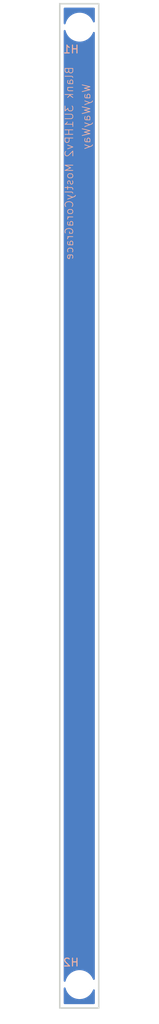
<source format=kicad_pcb>
(kicad_pcb (version 20241229) (generator "pcbnew") (generator_version "9.0")
  (layers (0 "F.Cu" signal) (2 "B.Cu" signal) (13 "F.Paste" user) (15 "B.Paste" user) (5 "F.SilkS" user "F.Silkscreen") (7 "B.SilkS" user "B.Silkscreen") (1 "F.Mask" user) (3 "B.Mask" user) (25 "Edge.Cuts" user))
  (net 0 "")
  (footprint "EXC:MountingHole_3.2mm_M3" (layer "F.Cu") (at 2.54 127.925)
    (property "Reference" "H2" (at 0 -2.84 0) (layer "B.SilkS") (effects (justify left mirror)))
    (property "Value" "Eurorack_M3_MountingHole")
    (pad "" np_thru_hole circle (at 0 0) (size 3.2 3.2) (drill 3.2) (layers "*.Cu" "*.Mask"))
  )
  (footprint "EXC:MountingHole_3.2mm_M3" (layer "F.Cu") (at 2.54 5.425)
    (property "Reference" "H1" (at 0 2.84 0) (layer "B.SilkS") (effects (justify left mirror)))
    (property "Value" "Eurorack_M3_MountingHole")
    (pad "" np_thru_hole circle (at 0 0) (size 3.2 3.2) (drill 3.2) (layers "*.Cu" "*.Mask"))
  )
  (gr_rect (start 0 2.425) (end 5 130.925) (stroke (width 0.2)) (fill no) (layer "Edge.Cuts"))
  (gr_text "WayWayWay" (at 4 12.6 90) (layer "B.SilkS") (effects (font (size 1 1) (thickness 0.1)) (justify left bottom mirror)))
  (gr_text "Blank 3U1HPv2 MostlyCoraGrace" (at 1.8 10.4 90) (layer "B.SilkS") (effects (font (size 1 1) (thickness 0.1)) (justify left bottom mirror)))
  (zone (net 0) (net_name "") (layers "F.Cu" "B.Cu") (connect_pads (clearance 0.5)) (min_thickness 0.25) (fill yes (thermal_gap 0.5) (thermal_bridge_width 0.5) (island_removal_mode 1) (island_area_min 10))
    (polygon (pts (xy 0 2.425) (xy 5 2.425) (xy 5 130.925) (xy 0 130.925)))
  )
)
</source>
